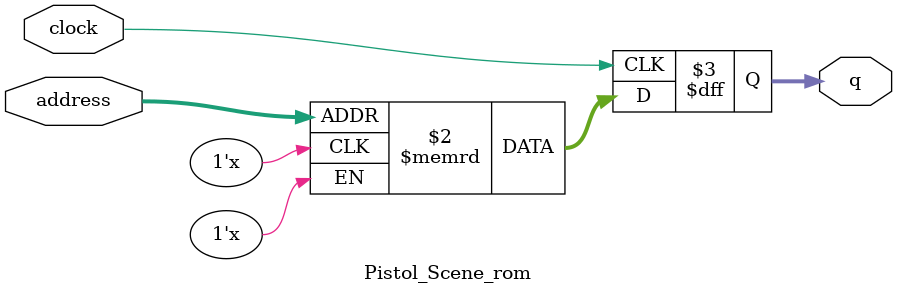
<source format=sv>
module Pistol_Scene_rom (
	input logic clock,
	input logic [13:0] address,
	output logic [3:0] q
);

logic [3:0] memory [0:16383] /* synthesis ram_init_file = "./Pistol_Scene/Pistol_Scene.mif" */;

always_ff @ (posedge clock) begin
	q <= memory[address];
end

endmodule

</source>
